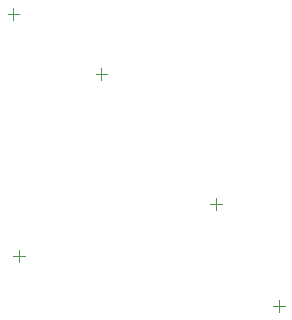
<source format=gbr>
G04*
G04 #@! TF.GenerationSoftware,Altium Limited,Altium Designer,25.7.1 (20)*
G04*
G04 Layer_Color=32896*
%FSLAX44Y44*%
%MOMM*%
G71*
G04*
G04 #@! TF.SameCoordinates,265DE244-54D5-4CCD-A973-AF3357FD315F*
G04*
G04*
G04 #@! TF.FilePolarity,Positive*
G04*
G01*
G75*
%ADD77C,0.1000*%
D77*
X1502500Y740200D02*
Y750200D01*
X1497500Y745200D02*
X1507500D01*
X1668860Y584200D02*
X1678860D01*
X1673860Y579200D02*
Y589200D01*
X1572000Y694250D02*
X1582000D01*
X1577000Y689250D02*
Y699250D01*
X1722200Y497840D02*
X1732200D01*
X1727200Y492840D02*
Y502840D01*
X1507500Y535000D02*
Y545000D01*
X1502500Y540000D02*
X1512500D01*
M02*

</source>
